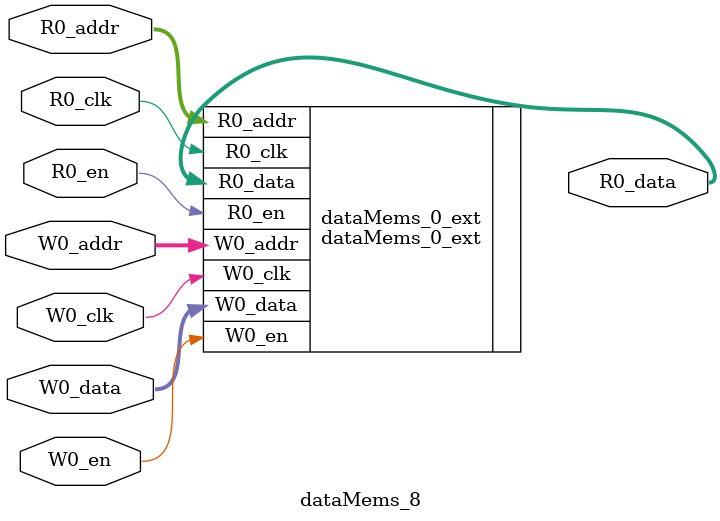
<source format=sv>
`ifndef RANDOMIZE
  `ifdef RANDOMIZE_REG_INIT
    `define RANDOMIZE
  `endif // RANDOMIZE_REG_INIT
`endif // not def RANDOMIZE
`ifndef RANDOMIZE
  `ifdef RANDOMIZE_MEM_INIT
    `define RANDOMIZE
  `endif // RANDOMIZE_MEM_INIT
`endif // not def RANDOMIZE

`ifndef RANDOM
  `define RANDOM $random
`endif // not def RANDOM

// Users can define 'PRINTF_COND' to add an extra gate to prints.
`ifndef PRINTF_COND_
  `ifdef PRINTF_COND
    `define PRINTF_COND_ (`PRINTF_COND)
  `else  // PRINTF_COND
    `define PRINTF_COND_ 1
  `endif // PRINTF_COND
`endif // not def PRINTF_COND_

// Users can define 'ASSERT_VERBOSE_COND' to add an extra gate to assert error printing.
`ifndef ASSERT_VERBOSE_COND_
  `ifdef ASSERT_VERBOSE_COND
    `define ASSERT_VERBOSE_COND_ (`ASSERT_VERBOSE_COND)
  `else  // ASSERT_VERBOSE_COND
    `define ASSERT_VERBOSE_COND_ 1
  `endif // ASSERT_VERBOSE_COND
`endif // not def ASSERT_VERBOSE_COND_

// Users can define 'STOP_COND' to add an extra gate to stop conditions.
`ifndef STOP_COND_
  `ifdef STOP_COND
    `define STOP_COND_ (`STOP_COND)
  `else  // STOP_COND
    `define STOP_COND_ 1
  `endif // STOP_COND
`endif // not def STOP_COND_

// Users can define INIT_RANDOM as general code that gets injected into the
// initializer block for modules with registers.
`ifndef INIT_RANDOM
  `define INIT_RANDOM
`endif // not def INIT_RANDOM

// If using random initialization, you can also define RANDOMIZE_DELAY to
// customize the delay used, otherwise 0.002 is used.
`ifndef RANDOMIZE_DELAY
  `define RANDOMIZE_DELAY 0.002
`endif // not def RANDOMIZE_DELAY

// Define INIT_RANDOM_PROLOG_ for use in our modules below.
`ifndef INIT_RANDOM_PROLOG_
  `ifdef RANDOMIZE
    `ifdef VERILATOR
      `define INIT_RANDOM_PROLOG_ `INIT_RANDOM
    `else  // VERILATOR
      `define INIT_RANDOM_PROLOG_ `INIT_RANDOM #`RANDOMIZE_DELAY begin end
    `endif // VERILATOR
  `else  // RANDOMIZE
    `define INIT_RANDOM_PROLOG_
  `endif // RANDOMIZE
`endif // not def INIT_RANDOM_PROLOG_

// Include register initializers in init blocks unless synthesis is set
`ifndef SYNTHESIS
  `ifndef ENABLE_INITIAL_REG_
    `define ENABLE_INITIAL_REG_
  `endif // not def ENABLE_INITIAL_REG_
`endif // not def SYNTHESIS

// Include rmemory initializers in init blocks unless synthesis is set
`ifndef SYNTHESIS
  `ifndef ENABLE_INITIAL_MEM_
    `define ENABLE_INITIAL_MEM_
  `endif // not def ENABLE_INITIAL_MEM_
`endif // not def SYNTHESIS

module dataMems_8(	// @[generators/ara/src/main/scala/UnsafeAXI4ToTL.scala:365:62]
  input  [4:0]  R0_addr,
  input         R0_en,
  input         R0_clk,
  output [66:0] R0_data,
  input  [4:0]  W0_addr,
  input         W0_en,
  input         W0_clk,
  input  [66:0] W0_data
);

  dataMems_0_ext dataMems_0_ext (	// @[generators/ara/src/main/scala/UnsafeAXI4ToTL.scala:365:62]
    .R0_addr (R0_addr),
    .R0_en   (R0_en),
    .R0_clk  (R0_clk),
    .R0_data (R0_data),
    .W0_addr (W0_addr),
    .W0_en   (W0_en),
    .W0_clk  (W0_clk),
    .W0_data (W0_data)
  );
endmodule


</source>
